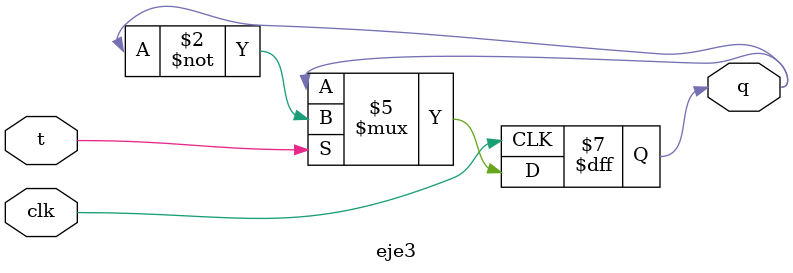
<source format=v>

module eje3 (
    input wire clk,     // Reloj
    input wire t,       // Entrada d
    output reg q = 0       // Salida
);

    always @(posedge clk) begin
        if (t) 
            q <= ~q; // Invertir la salida q si t es 1 en el flanco ascendente del reloj
        else 
            q <= q; // Mantener el valor actual de q si t es 0
    end

endmodule

</source>
